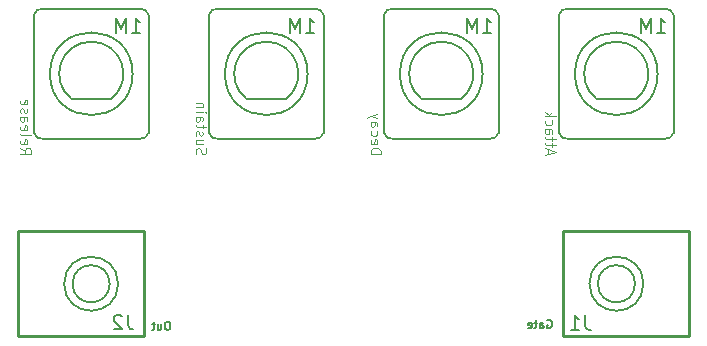
<source format=gbr>
G04 #@! TF.GenerationSoftware,KiCad,Pcbnew,(5.0.1)-4*
G04 #@! TF.CreationDate,2019-01-08T00:24:24+01:00*
G04 #@! TF.ProjectId,1U ADSR,315520414453522E6B696361645F7063,rev?*
G04 #@! TF.SameCoordinates,Original*
G04 #@! TF.FileFunction,Legend,Bot*
G04 #@! TF.FilePolarity,Positive*
%FSLAX46Y46*%
G04 Gerber Fmt 4.6, Leading zero omitted, Abs format (unit mm)*
G04 Created by KiCad (PCBNEW (5.0.1)-4) date 01/08/19 00:24:24*
%MOMM*%
%LPD*%
G01*
G04 APERTURE LIST*
%ADD10C,0.254000*%
%ADD11C,0.127000*%
%ADD12C,0.150000*%
%ADD13C,0.152400*%
%ADD14C,0.120000*%
G04 APERTURE END LIST*
D10*
G04 #@! TO.C,J1*
X71069200Y-50800000D02*
X81737200Y-50800000D01*
X81737200Y-50800000D02*
X81737200Y-59690000D01*
X81737200Y-59690000D02*
X71069200Y-59690000D01*
X71069200Y-59690000D02*
X71069200Y-50800000D01*
D11*
X77152500Y-55245000D02*
G75*
G03X77152500Y-55245000I-1574800J0D01*
G01*
X77863700Y-55245000D02*
G75*
G03X77863700Y-55245000I-2286000J0D01*
G01*
G04 #@! TO.C,J2*
X33388300Y-55245000D02*
G75*
G03X33388300Y-55245000I-2286000J0D01*
G01*
X32677100Y-55245000D02*
G75*
G03X32677100Y-55245000I-1574800J0D01*
G01*
D10*
X35610800Y-50800000D02*
X35610800Y-59690000D01*
X24942800Y-50800000D02*
X35610800Y-50800000D01*
X24942800Y-59690000D02*
X24942800Y-50800000D01*
X35610800Y-59690000D02*
X24942800Y-59690000D01*
D11*
G04 #@! TO.C,Attack*
X79064837Y-37466843D02*
G75*
G03X79064837Y-37466843I-3500000J0D01*
G01*
X70710837Y-42456943D02*
G75*
G03X71474737Y-42966843I636900J127000D01*
G01*
X79654937Y-42966843D02*
X71474737Y-42966843D01*
X79654937Y-42966843D02*
G75*
G03X80418837Y-42456943I127000J636900D01*
G01*
X80418837Y-32476743D02*
X80418837Y-42456943D01*
X80418837Y-32476743D02*
G75*
G03X79654937Y-31966843I-636900J-127000D01*
G01*
X71474737Y-31966843D02*
X79654937Y-31966843D01*
X71474737Y-31966843D02*
G75*
G03X70710837Y-32476743I-127000J-636900D01*
G01*
X70710837Y-42456943D02*
X70710837Y-32476743D01*
D12*
X73914000Y-39624000D02*
G75*
G02X77216000Y-39624000I1651000J2159000D01*
G01*
X77216000Y-39624000D02*
X73914000Y-39624000D01*
G04 #@! TO.C,Decay*
X62399332Y-39624000D02*
X59097332Y-39624000D01*
X59097332Y-39624000D02*
G75*
G02X62399332Y-39624000I1651000J2159000D01*
G01*
D11*
X55894169Y-42456943D02*
X55894169Y-32476743D01*
X56658069Y-31966843D02*
G75*
G03X55894169Y-32476743I-127000J-636900D01*
G01*
X56658069Y-31966843D02*
X64838269Y-31966843D01*
X65602169Y-32476743D02*
G75*
G03X64838269Y-31966843I-636900J-127000D01*
G01*
X65602169Y-32476743D02*
X65602169Y-42456943D01*
X64838269Y-42966843D02*
G75*
G03X65602169Y-42456943I127000J636900D01*
G01*
X64838269Y-42966843D02*
X56658069Y-42966843D01*
X55894169Y-42456943D02*
G75*
G03X56658069Y-42966843I636900J127000D01*
G01*
X64248169Y-37466843D02*
G75*
G03X64248169Y-37466843I-3500000J0D01*
G01*
G04 #@! TO.C,Sustain*
X49431503Y-37466843D02*
G75*
G03X49431503Y-37466843I-3500000J0D01*
G01*
X41077503Y-42456943D02*
G75*
G03X41841403Y-42966843I636900J127000D01*
G01*
X50021603Y-42966843D02*
X41841403Y-42966843D01*
X50021603Y-42966843D02*
G75*
G03X50785503Y-42456943I127000J636900D01*
G01*
X50785503Y-32476743D02*
X50785503Y-42456943D01*
X50785503Y-32476743D02*
G75*
G03X50021603Y-31966843I-636900J-127000D01*
G01*
X41841403Y-31966843D02*
X50021603Y-31966843D01*
X41841403Y-31966843D02*
G75*
G03X41077503Y-32476743I-127000J-636900D01*
G01*
X41077503Y-42456943D02*
X41077503Y-32476743D01*
D12*
X44280666Y-39624000D02*
G75*
G02X47582666Y-39624000I1651000J2159000D01*
G01*
X47582666Y-39624000D02*
X44280666Y-39624000D01*
G04 #@! TO.C,Release*
X32766000Y-39624000D02*
X29464000Y-39624000D01*
X29464000Y-39624000D02*
G75*
G02X32766000Y-39624000I1651000J2159000D01*
G01*
D11*
X26260837Y-42456943D02*
X26260837Y-32476743D01*
X27024737Y-31966843D02*
G75*
G03X26260837Y-32476743I-127000J-636900D01*
G01*
X27024737Y-31966843D02*
X35204937Y-31966843D01*
X35968837Y-32476743D02*
G75*
G03X35204937Y-31966843I-636900J-127000D01*
G01*
X35968837Y-32476743D02*
X35968837Y-42456943D01*
X35204937Y-42966843D02*
G75*
G03X35968837Y-42456943I127000J636900D01*
G01*
X35204937Y-42966843D02*
X27024737Y-42966843D01*
X26260837Y-42456943D02*
G75*
G03X27024737Y-42966843I636900J127000D01*
G01*
X34614837Y-37466843D02*
G75*
G03X34614837Y-37466843I-3500000J0D01*
G01*
G04 #@! TO.C,J1*
D13*
X72928963Y-57918047D02*
X72928963Y-58779833D01*
X72986416Y-58952190D01*
X73101320Y-59067095D01*
X73273678Y-59124547D01*
X73388582Y-59124547D01*
X71722463Y-59124547D02*
X72411892Y-59124547D01*
X72067178Y-59124547D02*
X72067178Y-57918047D01*
X72182082Y-58090404D01*
X72296987Y-58205309D01*
X72411892Y-58262761D01*
X69725606Y-58355000D02*
X69792273Y-58321666D01*
X69892273Y-58321666D01*
X69992273Y-58355000D01*
X70058940Y-58421666D01*
X70092273Y-58488333D01*
X70125606Y-58621666D01*
X70125606Y-58721666D01*
X70092273Y-58855000D01*
X70058940Y-58921666D01*
X69992273Y-58988333D01*
X69892273Y-59021666D01*
X69825606Y-59021666D01*
X69725606Y-58988333D01*
X69692273Y-58955000D01*
X69692273Y-58721666D01*
X69825606Y-58721666D01*
X69092273Y-59021666D02*
X69092273Y-58655000D01*
X69125606Y-58588333D01*
X69192273Y-58555000D01*
X69325606Y-58555000D01*
X69392273Y-58588333D01*
X69092273Y-58988333D02*
X69158940Y-59021666D01*
X69325606Y-59021666D01*
X69392273Y-58988333D01*
X69425606Y-58921666D01*
X69425606Y-58855000D01*
X69392273Y-58788333D01*
X69325606Y-58755000D01*
X69158940Y-58755000D01*
X69092273Y-58721666D01*
X68858940Y-58555000D02*
X68592273Y-58555000D01*
X68758940Y-58321666D02*
X68758940Y-58921666D01*
X68725606Y-58988333D01*
X68658940Y-59021666D01*
X68592273Y-59021666D01*
X68092273Y-58988333D02*
X68158940Y-59021666D01*
X68292273Y-59021666D01*
X68358940Y-58988333D01*
X68392273Y-58921666D01*
X68392273Y-58655000D01*
X68358940Y-58588333D01*
X68292273Y-58555000D01*
X68158940Y-58555000D01*
X68092273Y-58588333D01*
X68058940Y-58655000D01*
X68058940Y-58721666D01*
X68392273Y-58788333D01*
G04 #@! TO.C,J2*
X34219363Y-57892647D02*
X34219363Y-58754433D01*
X34276816Y-58926790D01*
X34391720Y-59041695D01*
X34564078Y-59099147D01*
X34678982Y-59099147D01*
X33702292Y-58007552D02*
X33644840Y-57950100D01*
X33529935Y-57892647D01*
X33242673Y-57892647D01*
X33127768Y-57950100D01*
X33070316Y-58007552D01*
X33012863Y-58122457D01*
X33012863Y-58237361D01*
X33070316Y-58409719D01*
X33759744Y-59099147D01*
X33012863Y-59099147D01*
X37637440Y-58448666D02*
X37504106Y-58448666D01*
X37437440Y-58482000D01*
X37370773Y-58548666D01*
X37337440Y-58682000D01*
X37337440Y-58915333D01*
X37370773Y-59048666D01*
X37437440Y-59115333D01*
X37504106Y-59148666D01*
X37637440Y-59148666D01*
X37704106Y-59115333D01*
X37770773Y-59048666D01*
X37804106Y-58915333D01*
X37804106Y-58682000D01*
X37770773Y-58548666D01*
X37704106Y-58482000D01*
X37637440Y-58448666D01*
X36737440Y-58682000D02*
X36737440Y-59148666D01*
X37037440Y-58682000D02*
X37037440Y-59048666D01*
X37004106Y-59115333D01*
X36937440Y-59148666D01*
X36837440Y-59148666D01*
X36770773Y-59115333D01*
X36737440Y-59082000D01*
X36504106Y-58682000D02*
X36237440Y-58682000D01*
X36404106Y-58448666D02*
X36404106Y-59048666D01*
X36370773Y-59115333D01*
X36304106Y-59148666D01*
X36237440Y-59148666D01*
G04 #@! TO.C,Attack*
D14*
X69815833Y-44273595D02*
X69815833Y-43868833D01*
X69572976Y-44354547D02*
X70422976Y-44071214D01*
X69572976Y-43787880D01*
X70139642Y-43625976D02*
X70139642Y-43302166D01*
X70422976Y-43504547D02*
X69694404Y-43504547D01*
X69613452Y-43464071D01*
X69572976Y-43383119D01*
X69572976Y-43302166D01*
X70139642Y-43140261D02*
X70139642Y-42816452D01*
X70422976Y-43018833D02*
X69694404Y-43018833D01*
X69613452Y-42978357D01*
X69572976Y-42897404D01*
X69572976Y-42816452D01*
X69572976Y-42168833D02*
X70018214Y-42168833D01*
X70099166Y-42209309D01*
X70139642Y-42290261D01*
X70139642Y-42452166D01*
X70099166Y-42533119D01*
X69613452Y-42168833D02*
X69572976Y-42249785D01*
X69572976Y-42452166D01*
X69613452Y-42533119D01*
X69694404Y-42573595D01*
X69775357Y-42573595D01*
X69856309Y-42533119D01*
X69896785Y-42452166D01*
X69896785Y-42249785D01*
X69937261Y-42168833D01*
X69613452Y-41399785D02*
X69572976Y-41480738D01*
X69572976Y-41642642D01*
X69613452Y-41723595D01*
X69653928Y-41764071D01*
X69734880Y-41804547D01*
X69977738Y-41804547D01*
X70058690Y-41764071D01*
X70099166Y-41723595D01*
X70139642Y-41642642D01*
X70139642Y-41480738D01*
X70099166Y-41399785D01*
X69572976Y-41035500D02*
X70422976Y-41035500D01*
X69896785Y-40954547D02*
X69572976Y-40711690D01*
X70139642Y-40711690D02*
X69815833Y-41035500D01*
D13*
X78991701Y-33978547D02*
X79681130Y-33978547D01*
X79336416Y-33978547D02*
X79336416Y-32772047D01*
X79451320Y-32944404D01*
X79566225Y-33059309D01*
X79681130Y-33116761D01*
X78474630Y-33978547D02*
X78474630Y-32772047D01*
X78072463Y-33633833D01*
X77670297Y-32772047D01*
X77670297Y-33978547D01*
G04 #@! TO.C,Decay*
D14*
X54777476Y-44233119D02*
X55627476Y-44233119D01*
X55627476Y-44030738D01*
X55587000Y-43909309D01*
X55506047Y-43828357D01*
X55425095Y-43787880D01*
X55263190Y-43747404D01*
X55141761Y-43747404D01*
X54979857Y-43787880D01*
X54898904Y-43828357D01*
X54817952Y-43909309D01*
X54777476Y-44030738D01*
X54777476Y-44233119D01*
X54817952Y-43059309D02*
X54777476Y-43140261D01*
X54777476Y-43302166D01*
X54817952Y-43383119D01*
X54898904Y-43423595D01*
X55222714Y-43423595D01*
X55303666Y-43383119D01*
X55344142Y-43302166D01*
X55344142Y-43140261D01*
X55303666Y-43059309D01*
X55222714Y-43018833D01*
X55141761Y-43018833D01*
X55060809Y-43423595D01*
X54817952Y-42290261D02*
X54777476Y-42371214D01*
X54777476Y-42533119D01*
X54817952Y-42614071D01*
X54858428Y-42654547D01*
X54939380Y-42695023D01*
X55182238Y-42695023D01*
X55263190Y-42654547D01*
X55303666Y-42614071D01*
X55344142Y-42533119D01*
X55344142Y-42371214D01*
X55303666Y-42290261D01*
X54777476Y-41561690D02*
X55222714Y-41561690D01*
X55303666Y-41602166D01*
X55344142Y-41683119D01*
X55344142Y-41845023D01*
X55303666Y-41925976D01*
X54817952Y-41561690D02*
X54777476Y-41642642D01*
X54777476Y-41845023D01*
X54817952Y-41925976D01*
X54898904Y-41966452D01*
X54979857Y-41966452D01*
X55060809Y-41925976D01*
X55101285Y-41845023D01*
X55101285Y-41642642D01*
X55141761Y-41561690D01*
X55344142Y-41237880D02*
X54777476Y-41035500D01*
X55344142Y-40833119D02*
X54777476Y-41035500D01*
X54575095Y-41116452D01*
X54534619Y-41156928D01*
X54494142Y-41237880D01*
D13*
X64259701Y-33978547D02*
X64949130Y-33978547D01*
X64604416Y-33978547D02*
X64604416Y-32772047D01*
X64719320Y-32944404D01*
X64834225Y-33059309D01*
X64949130Y-33116761D01*
X63742630Y-33978547D02*
X63742630Y-32772047D01*
X63340463Y-33633833D01*
X62938297Y-32772047D01*
X62938297Y-33978547D01*
G04 #@! TO.C,Sustain*
D14*
X40022452Y-44273595D02*
X39981976Y-44152166D01*
X39981976Y-43949785D01*
X40022452Y-43868833D01*
X40062928Y-43828357D01*
X40143880Y-43787880D01*
X40224833Y-43787880D01*
X40305785Y-43828357D01*
X40346261Y-43868833D01*
X40386738Y-43949785D01*
X40427214Y-44111690D01*
X40467690Y-44192642D01*
X40508166Y-44233119D01*
X40589119Y-44273595D01*
X40670071Y-44273595D01*
X40751023Y-44233119D01*
X40791500Y-44192642D01*
X40831976Y-44111690D01*
X40831976Y-43909309D01*
X40791500Y-43787880D01*
X40548642Y-43059309D02*
X39981976Y-43059309D01*
X40548642Y-43423595D02*
X40103404Y-43423595D01*
X40022452Y-43383119D01*
X39981976Y-43302166D01*
X39981976Y-43180738D01*
X40022452Y-43099785D01*
X40062928Y-43059309D01*
X40022452Y-42695023D02*
X39981976Y-42614071D01*
X39981976Y-42452166D01*
X40022452Y-42371214D01*
X40103404Y-42330738D01*
X40143880Y-42330738D01*
X40224833Y-42371214D01*
X40265309Y-42452166D01*
X40265309Y-42573595D01*
X40305785Y-42654547D01*
X40386738Y-42695023D01*
X40427214Y-42695023D01*
X40508166Y-42654547D01*
X40548642Y-42573595D01*
X40548642Y-42452166D01*
X40508166Y-42371214D01*
X40548642Y-42087880D02*
X40548642Y-41764071D01*
X40831976Y-41966452D02*
X40103404Y-41966452D01*
X40022452Y-41925976D01*
X39981976Y-41845023D01*
X39981976Y-41764071D01*
X39981976Y-41116452D02*
X40427214Y-41116452D01*
X40508166Y-41156928D01*
X40548642Y-41237880D01*
X40548642Y-41399785D01*
X40508166Y-41480738D01*
X40022452Y-41116452D02*
X39981976Y-41197404D01*
X39981976Y-41399785D01*
X40022452Y-41480738D01*
X40103404Y-41521214D01*
X40184357Y-41521214D01*
X40265309Y-41480738D01*
X40305785Y-41399785D01*
X40305785Y-41197404D01*
X40346261Y-41116452D01*
X39981976Y-40711690D02*
X40548642Y-40711690D01*
X40831976Y-40711690D02*
X40791500Y-40752166D01*
X40751023Y-40711690D01*
X40791500Y-40671214D01*
X40831976Y-40711690D01*
X40751023Y-40711690D01*
X40548642Y-40306928D02*
X39981976Y-40306928D01*
X40467690Y-40306928D02*
X40508166Y-40266452D01*
X40548642Y-40185500D01*
X40548642Y-40064071D01*
X40508166Y-39983119D01*
X40427214Y-39942642D01*
X39981976Y-39942642D01*
D13*
X49273701Y-33978547D02*
X49963130Y-33978547D01*
X49618416Y-33978547D02*
X49618416Y-32772047D01*
X49733320Y-32944404D01*
X49848225Y-33059309D01*
X49963130Y-33116761D01*
X48756630Y-33978547D02*
X48756630Y-32772047D01*
X48354463Y-33633833D01*
X47952297Y-32772047D01*
X47952297Y-33978547D01*
G04 #@! TO.C,Release*
D14*
X25122976Y-43747404D02*
X25527738Y-44030738D01*
X25122976Y-44233119D02*
X25972976Y-44233119D01*
X25972976Y-43909309D01*
X25932500Y-43828357D01*
X25892023Y-43787880D01*
X25811071Y-43747404D01*
X25689642Y-43747404D01*
X25608690Y-43787880D01*
X25568214Y-43828357D01*
X25527738Y-43909309D01*
X25527738Y-44233119D01*
X25163452Y-43059309D02*
X25122976Y-43140261D01*
X25122976Y-43302166D01*
X25163452Y-43383119D01*
X25244404Y-43423595D01*
X25568214Y-43423595D01*
X25649166Y-43383119D01*
X25689642Y-43302166D01*
X25689642Y-43140261D01*
X25649166Y-43059309D01*
X25568214Y-43018833D01*
X25487261Y-43018833D01*
X25406309Y-43423595D01*
X25122976Y-42533119D02*
X25163452Y-42614071D01*
X25244404Y-42654547D01*
X25972976Y-42654547D01*
X25163452Y-41885500D02*
X25122976Y-41966452D01*
X25122976Y-42128357D01*
X25163452Y-42209309D01*
X25244404Y-42249785D01*
X25568214Y-42249785D01*
X25649166Y-42209309D01*
X25689642Y-42128357D01*
X25689642Y-41966452D01*
X25649166Y-41885500D01*
X25568214Y-41845023D01*
X25487261Y-41845023D01*
X25406309Y-42249785D01*
X25122976Y-41116452D02*
X25568214Y-41116452D01*
X25649166Y-41156928D01*
X25689642Y-41237880D01*
X25689642Y-41399785D01*
X25649166Y-41480738D01*
X25163452Y-41116452D02*
X25122976Y-41197404D01*
X25122976Y-41399785D01*
X25163452Y-41480738D01*
X25244404Y-41521214D01*
X25325357Y-41521214D01*
X25406309Y-41480738D01*
X25446785Y-41399785D01*
X25446785Y-41197404D01*
X25487261Y-41116452D01*
X25163452Y-40752166D02*
X25122976Y-40671214D01*
X25122976Y-40509309D01*
X25163452Y-40428357D01*
X25244404Y-40387880D01*
X25284880Y-40387880D01*
X25365833Y-40428357D01*
X25406309Y-40509309D01*
X25406309Y-40630738D01*
X25446785Y-40711690D01*
X25527738Y-40752166D01*
X25568214Y-40752166D01*
X25649166Y-40711690D01*
X25689642Y-40630738D01*
X25689642Y-40509309D01*
X25649166Y-40428357D01*
X25163452Y-39699785D02*
X25122976Y-39780738D01*
X25122976Y-39942642D01*
X25163452Y-40023595D01*
X25244404Y-40064071D01*
X25568214Y-40064071D01*
X25649166Y-40023595D01*
X25689642Y-39942642D01*
X25689642Y-39780738D01*
X25649166Y-39699785D01*
X25568214Y-39659309D01*
X25487261Y-39659309D01*
X25406309Y-40064071D01*
D13*
X34541701Y-33978547D02*
X35231130Y-33978547D01*
X34886416Y-33978547D02*
X34886416Y-32772047D01*
X35001320Y-32944404D01*
X35116225Y-33059309D01*
X35231130Y-33116761D01*
X34024630Y-33978547D02*
X34024630Y-32772047D01*
X33622463Y-33633833D01*
X33220297Y-32772047D01*
X33220297Y-33978547D01*
G04 #@! TD*
M02*

</source>
